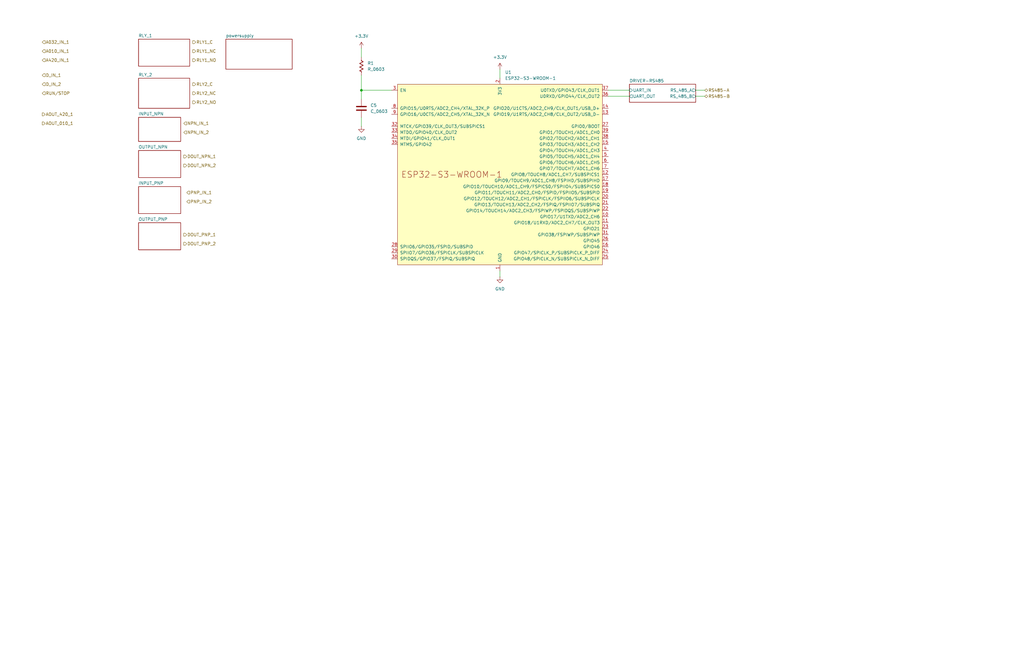
<source format=kicad_sch>
(kicad_sch (version 20250114) (generator "eeschema") (generator_version "9.0")
  (paper "USLedger")
  (title_block (title "NIVARA CONTROL") (date "2025-06-12") (rev "1") (company "ELECTIVA ITLA"))
  (lib_symbols
    (symbol "Espressif:ESP32-S3-WROOM-1" (pin_names (offset 1.016))
      (property "Reference" "U" (at -43.18 43.18 0))
      (property "Value" "ESP32-S3-WROOM-1" (at -43.18 40.64 0))
      (symbol "ESP32-S3-WROOM-1_0_0"
        (text "ESP32-S3-WROOM-1" (at -20.32 0 0) (effects (font (size 2.54 2.54))))
        (pin input line (at -45.72 35.56 0) (length 2.54) (name "EN") (number "3"))
        (pin bidirectional line (at -45.72 27.94 0) (length 2.54) (name "GPIO15/U0RTS/ADC2_CH4/XTAL_32K_P") (number "8"))
        (pin bidirectional line (at -45.72 25.4 0) (length 2.54) (name "GPIO16/U0CTS/ADC2_CH5/XTAL_32K_N") (number "9"))
        (pin bidirectional line (at -45.72 20.32 0) (length 2.54) (name "MTCK/GPIO39/CLK_OUT3/SUBSPICS1") (number "32"))
        (pin bidirectional line (at -45.72 17.78 0) (length 2.54) (name "MTDO/GPIO40/CLK_OUT2") (number "33"))
        (pin bidirectional line (at -45.72 15.24 0) (length 2.54) (name "MTDI/GPIO41/CLK_OUT1") (number "34"))
        (pin bidirectional line (at -45.72 12.7 0) (length 2.54) (name "MTMS/GPIO42") (number "35"))
        (pin bidirectional line (at -45.72 -30.48 0) (length 2.54) (name "SPIIO6/GPIO35/FSPID/SUBSPID") (number "28"))
        (pin bidirectional line (at -45.72 -33.02 0) (length 2.54) (name "SPIIO7/GPIO36/FSPICLK/SUBSPICLK") (number "29"))
        (pin bidirectional line (at -45.72 -35.56 0) (length 2.54) (name "SPIDQS/GPIO37/FSPIQ/SUBSPIQ") (number "30"))
        (pin power_in line (at 0 40.64 270) (length 2.54) (name "3V3") (number "2"))
        (pin power_in line (at 0 -40.64 90) (length 2.54) (name "GND") (number "1"))
        (pin passive line (at 0 -40.64 90) (length 2.54) (hide yes) (name "GND") (number "40"))
        (pin passive line (at 0 -40.64 90) (length 2.54) (hide yes) (name "GND") (number "41"))
        (pin bidirectional line (at 45.72 35.56 180) (length 2.54) (name "U0TXD/GPIO43/CLK_OUT1") (number "37"))
        (pin bidirectional line (at 45.72 33.02 180) (length 2.54) (name "U0RXD/GPIO44/CLK_OUT2") (number "36"))
        (pin bidirectional line (at 45.72 27.94 180) (length 2.54) (name "GPIO20/U1CTS/ADC2_CH9/CLK_OUT1/USB_D+") (number "14"))
        (pin bidirectional line (at 45.72 25.4 180) (length 2.54) (name "GPIO19/U1RTS/ADC2_CH8/CLK_OUT2/USB_D-") (number "13"))
        (pin bidirectional line (at 45.72 20.32 180) (length 2.54) (name "GPIO0/BOOT") (number "27"))
        (pin bidirectional line (at 45.72 17.78 180) (length 2.54) (name "GPIO1/TOUCH1/ADC1_CH0") (number "39"))
        (pin bidirectional line (at 45.72 15.24 180) (length 2.54) (name "GPIO2/TOUCH2/ADC1_CH1") (number "38"))
        (pin bidirectional line (at 45.72 12.7 180) (length 2.54) (name "GPIO3/TOUCH3/ADC1_CH2") (number "15"))
        (pin bidirectional line (at 45.72 10.16 180) (length 2.54) (name "GPIO4/TOUCH4/ADC1_CH3") (number "4"))
        (pin bidirectional line (at 45.72 7.62 180) (length 2.54) (name "GPIO5/TOUCH5/ADC1_CH4") (number "5"))
        (pin bidirectional line (at 45.72 5.08 180) (length 2.54) (name "GPIO6/TOUCH6/ADC1_CH5") (number "6"))
        (pin bidirectional line (at 45.72 2.54 180) (length 2.54) (name "GPIO7/TOUCH7/ADC1_CH6") (number "7"))
        (pin bidirectional line (at 45.72 0 180) (length 2.54) (name "GPIO8/TOUCH8/ADC1_CH7/SUBSPICS1") (number "12"))
        (pin bidirectional line (at 45.72 -2.54 180) (length 2.54) (name "GPIO9/TOUCH9/ADC1_CH8/FSPIHD/SUBSPIHD") (number "17"))
        (pin bidirectional line (at 45.72 -5.08 180) (length 2.54) (name "GPIO10/TOUCH10/ADC1_CH9/FSPICS0/FSPIIO4/SUBSPICS0") (number "18"))
        (pin bidirectional line (at 45.72 -7.62 180) (length 2.54) (name "GPIO11/TOUCH11/ADC2_CH0/FSPID/FSPIIO5/SUBSPID") (number "19"))
        (pin bidirectional line (at 45.72 -10.16 180) (length 2.54) (name "GPIO12/TOUCH12/ADC2_CH1/FSPICLK/FSPIIO6/SUBSPICLK") (number "20"))
        (pin bidirectional line (at 45.72 -12.7 180) (length 2.54) (name "GPIO13/TOUCH13/ADC2_CH2/FSPIQ/FSPIIO7/SUBSPIQ") (number "21"))
        (pin bidirectional line (at 45.72 -15.24 180) (length 2.54) (name "GPIO14/TOUCH14/ADC2_CH3/FSPIWP/FSPIDQS/SUBSPIWP") (number "22"))
        (pin bidirectional line (at 45.72 -17.78 180) (length 2.54) (name "GPIO17/U1TXD/ADC2_CH6") (number "10"))
        (pin bidirectional line (at 45.72 -20.32 180) (length 2.54) (name "GPIO18/U1RXD/ADC2_CH7/CLK_OUT3") (number "11"))
        (pin bidirectional line (at 45.72 -22.86 180) (length 2.54) (name "GPIO21") (number "23"))
        (pin bidirectional line (at 45.72 -25.4 180) (length 2.54) (name "GPIO38/FSPIWP/SUBSPIWP") (number "31"))
        (pin bidirectional line (at 45.72 -27.94 180) (length 2.54) (name "GPIO45") (number "26"))
        (pin bidirectional line (at 45.72 -30.48 180) (length 2.54) (name "GPIO46") (number "16"))
        (pin bidirectional line (at 45.72 -33.02 180) (length 2.54) (name "GPIO47/SPICLK_P/SUBSPICLK_P_DIFF") (number "24"))
        (pin bidirectional line (at 45.72 -35.56 180) (length 2.54) (name "GPIO48/SPICLK_N/SUBSPICLK_N_DIFF") (number "25"))
      )
      (symbol "ESP32-S3-WROOM-1_0_1"
        (rectangle (start -43.18 38.1) (end 43.18 -38.1) (fill (type background)))
      )
    )
    (symbol "PCM_4ms_Power-symbol:+3.3V" (power) (pin_names (offset 0))
      (property "Value" "+3.3V" (at 0 3.556 0))
      (symbol "+3.3V_0_1"
        (polyline (pts (xy -0.762 1.27) (xy 0 2.54)))
        (polyline (pts (xy 0 2.54) (xy 0.762 1.27)))
        (polyline (pts (xy 0 0) (xy 0 2.54)))
      )
      (symbol "+3.3V_1_1"
        (pin power_in line (at 0 0 90) (length 0) (hide yes) (name "+3V3") (number "1"))
      )
    )
    (symbol "PCM_Capacitor_AKL:C_0603" (pin_numbers (hide yes)) (pin_names (offset 0.254))
      (property "Reference" "C" (at 0.635 2.54 0))
      (property "Value" "C_0603" (at 0.635 -2.54 0))
      (symbol "C_0603_0_1"
        (polyline (pts (xy -2.032 0.762) (xy 2.032 0.762)) (stroke (width 0.508)))
        (polyline (pts (xy -2.032 -0.762) (xy 2.032 -0.762)) (stroke (width 0.508)))
      )
      (symbol "C_0603_0_2"
        (polyline (pts (xy -2.54 -2.54) (xy -0.381 -0.381)))
        (polyline (pts (xy -0.508 -0.508) (xy -1.651 0.635)) (stroke (width 0.508)))
        (polyline (pts (xy -0.508 -0.508) (xy 0.635 -1.651)) (stroke (width 0.508)))
        (polyline (pts (xy 0.381 0.381) (xy 2.54 2.54)))
        (polyline (pts (xy 0.508 0.508) (xy -0.635 1.651)) (stroke (width 0.508)))
        (polyline (pts (xy 0.508 0.508) (xy 1.651 -0.635)) (stroke (width 0.508)))
      )
      (symbol "C_0603_1_1"
        (pin passive line (at 0 3.81 270) (length 2.794) (name "~") (number "1"))
        (pin passive line (at 0 -3.81 90) (length 2.794) (name "~") (number "2"))
      )
      (symbol "C_0603_1_2"
        (pin passive line (at -2.54 -2.54 90) (length 0) (name "~") (number "2"))
        (pin passive line (at 2.54 2.54 270) (length 0) (name "~") (number "1"))
      )
    )
    (symbol "PCM_Resistor_US_AKL:R_0603" (pin_numbers (hide yes)) (pin_names (offset 0))
      (property "Reference" "R" (at 2.54 1.27 0))
      (property "Value" "R_0603" (at 2.54 -1.27 0))
      (symbol "R_0603_0_1"
        (polyline (pts (xy 0 2.286) (xy 0 2.54)) (stroke (width 0.254)))
        (polyline (pts (xy 0 2.286) (xy 0.762 1.905) (xy -0.762 1.143) (xy 0 0.762) (xy 0.762 0.381) (xy 0 0) (xy -0.762 -0.381) (xy 0 -0.762) (xy 0.762 -1.143) (xy 0 -1.524) (xy -0.762 -1.905) (xy 0 -2.286)) (stroke (width 0.254)))
        (polyline (pts (xy 0 -2.286) (xy 0 -2.54)) (stroke (width 0.254)))
      )
      (symbol "R_0603_0_2"
        (polyline (pts (xy -2.54 -2.54) (xy -1.778 -1.778)))
        (polyline (pts (xy -1.778 -1.778) (xy -1.524 -1.524)) (stroke (width 0.254)))
        (polyline (pts (xy -1.524 -1.524) (xy -1.778 -0.762) (xy -1.016 -1.016)) (stroke (width 0.254)))
        (polyline (pts (xy -0.508 -0.508) (xy -0.762 0.254) (xy 0 0)) (stroke (width 0.254)))
        (polyline (pts (xy -0.508 -0.508) (xy -0.254 -1.27) (xy -1.016 -1.016)) (stroke (width 0.254)))
        (polyline (pts (xy 0.508 0.508) (xy 0.254 1.27) (xy 1.016 1.016)) (stroke (width 0.254)))
        (polyline (pts (xy 0.508 0.508) (xy 0.762 -0.254) (xy 0 0)) (stroke (width 0.254)))
        (polyline (pts (xy 1.524 1.524) (xy 1.778 0.762) (xy 1.016 1.016)) (stroke (width 0.254)))
        (polyline (pts (xy 1.778 1.778) (xy 1.524 1.524)) (stroke (width 0.254)))
        (polyline (pts (xy 1.778 1.778) (xy 2.54 2.54)))
      )
      (symbol "R_0603_1_1"
        (pin passive line (at 0 3.81 270) (length 1.27) (name "~") (number "1"))
        (pin passive line (at 0 -3.81 90) (length 1.27) (name "~") (number "2"))
      )
      (symbol "R_0603_1_2"
        (pin passive line (at -2.54 -2.54 0) (length 0) (name "") (number "2"))
        (pin passive line (at 2.54 2.54 180) (length 0) (name "") (number "1"))
      )
    )
    (symbol "power:GND" (power) (pin_numbers (hide yes)) (pin_names (offset 0) (hide yes))
      (property "Value" "GND" (at 0 -3.81 0))
      (symbol "GND_0_1"
        (polyline (pts (xy 0 0) (xy 0 -1.27) (xy 1.27 -1.27) (xy 0 -2.54) (xy -1.27 -1.27) (xy 0 -1.27)))
      )
      (symbol "GND_1_1"
        (pin power_in line (at 0 0 270) (length 0) (name "~") (number "1"))
      )
    )
  )
  (junction (at 152.4 38.1))
  (wire (pts (xy 152.4 20.32) (xy 152.4 24.13)))
  (wire (pts (xy 256.54 38.1) (xy 265.43 38.1)))
  (wire (pts (xy 152.4 31.75) (xy 152.4 38.1)))
  (wire (pts (xy 152.4 38.1) (xy 152.4 41.91)))
  (wire (pts (xy 152.4 38.1) (xy 165.1 38.1)))
  (wire (pts (xy 152.4 49.53) (xy 152.4 53.34)))
  (wire (pts (xy 293.37 40.64) (xy 297.18 40.64)))
  (wire (pts (xy 210.82 29.21) (xy 210.82 33.02)))
  (wire (pts (xy 293.37 38.1) (xy 297.18 38.1)))
  (wire (pts (xy 210.82 114.3) (xy 210.82 116.84)))
  (wire (pts (xy 256.54 40.64) (xy 265.43 40.64)))
  (hierarchical_label "RLY1_C" (shape output) (at 81.28 17.78 0))
  (hierarchical_label "RLY2_NO" (shape output) (at 81.28 43.18 0))
  (hierarchical_label "D_IN_1" (shape input) (at 17.78 31.75 0))
  (hierarchical_label "DOUT_NPN_2" (shape output) (at 77.47 69.85 0))
  (hierarchical_label "A420_IN_1" (shape input) (at 17.78 25.4 0))
  (hierarchical_label "AOUT_420_1" (shape output) (at 17.78 48.26 0))
  (hierarchical_label "DOUT_PNP_1" (shape output) (at 77.47 99.06 0))
  (hierarchical_label "RS485-B" (shape bidirectional) (at 297.18 40.64 0))
  (hierarchical_label "RLY1_NO" (shape output) (at 81.28 25.4 0))
  (hierarchical_label "A032_IN_1" (shape input) (at 17.78 17.78 0))
  (hierarchical_label "RLY2_C" (shape output) (at 81.28 35.56 0))
  (hierarchical_label "AOUT_010_1" (shape output) (at 17.78 52.07 0))
  (hierarchical_label "DOUT_PNP_2" (shape output) (at 77.47 102.87 0))
  (hierarchical_label "RUN{slash}STOP" (shape input) (at 17.78 39.37 0))
  (hierarchical_label "RS485-A" (shape bidirectional) (at 297.18 38.1 0))
  (hierarchical_label "PNP_IN_2" (shape input) (at 78.74 85.09 0))
  (hierarchical_label "RLY2_NC" (shape output) (at 81.28 39.37 0))
  (hierarchical_label "RLY1_NC" (shape output) (at 81.28 21.59 0))
  (hierarchical_label "D_IN_2" (shape input) (at 17.78 35.56 0))
  (hierarchical_label "NPN_IN_2" (shape input) (at 77.47 55.88 0))
  (hierarchical_label "DOUT_NPN_1" (shape output) (at 77.47 66.04 0))
  (hierarchical_label "NPN_IN_1" (shape input) (at 77.47 52.07 0))
  (hierarchical_label "PNP_IN_1" (shape input) (at 78.74 81.28 0))
  (hierarchical_label "A010_IN_1" (shape input) (at 17.78 21.59 0))
  (symbol (lib_id "PCM_4ms_Power-symbol:+3.3V") (at 210.82 29.21 0) (unit 1)
    (property "Reference" "#PWR013" (effects (hide yes)))
    (property "Value" "+3.3V" (at 210.82 24.13 0))
  )
  (symbol (lib_id "power:GND") (at 152.4 53.34 0) (unit 1)
    (property "Reference" "#PWR012" (effects (hide yes)))
    (property "Value" "GND" (at 152.4 58.42 0))
    (property "Description" "Power symbol creates a global label with name \"GND\" , ground" (effects (hide yes)))
  )
  (symbol (lib_id "power:GND") (at 210.82 116.84 0) (unit 1)
    (property "Reference" "#PWR014" (effects (hide yes)))
    (property "Value" "GND" (at 210.82 121.92 0))
    (property "Description" "Power symbol creates a global label with name \"GND\" , ground" (effects (hide yes)))
  )
  (symbol (lib_id "PCM_Capacitor_AKL:C_0603") (at 152.4 45.72 0) (unit 1)
    (property "Reference" "C5" (at 156.21 44.4499 0) (effects (justify left)))
    (property "Value" "C_0603" (at 156.21 46.9899 0) (effects (justify left)))
    (property "Footprint" "PCM_Capacitor_SMD_AKL:C_0603_1608Metric" (effects (hide yes)))
    (property "Description" "SMD 0603 MLCC capacitor, Alternate KiCad Library" (effects (hide yes)))
  )
  (symbol (lib_id "PCM_4ms_Power-symbol:+3.3V") (at 152.4 20.32 0) (unit 1)
    (property "Reference" "#PWR011" (effects (hide yes)))
    (property "Value" "+3.3V" (at 152.4 15.24 0))
  )
  (symbol (lib_id "Espressif:ESP32-S3-WROOM-1") (at 210.82 73.66 0) (unit 1)
    (property "Reference" "U1" (at 212.9633 30.48 0) (effects (justify left)))
    (property "Value" "ESP32-S3-WROOM-1" (at 212.9633 33.02 0) (effects (justify left)))
    (property "Footprint" "ESP32-S3-WROM-1:ESP32-S3-WROOM-1" (effects (hide yes)))
    (property "Datasheet" "https://www.espressif.com/sites/default/files/documentation/esp32-s3-wroom-1_wroom-1u_datasheet_en.pdf" (effects (hide yes)))
    (property "Description" "2.4 GHz WiFi (802.11 b/g/n) and Bluetooth ® 5 (LE) module Built around ESP32S3 series of SoCs, Xtensa ® dualcore 32bit LX7 microprocessor Flash up to 16 MB, PSRAM up to 8 MB 36 GPIOs, rich set of peripherals Onboard PCB antenna" (effects (hide yes)))
  )
  (symbol (lib_id "PCM_Resistor_US_AKL:R_0603") (at 152.4 27.94 0) (unit 1)
    (property "Reference" "R1" (at 154.94 26.6699 0) (effects (justify left)))
    (property "Value" "R_0603" (at 154.94 29.2099 0) (effects (justify left)))
    (property "Footprint" "PCM_Resistor_SMD_AKL:R_0603_1608Metric" (effects (hide yes)))
    (property "Description" "SMD 0603 Chip Resistor, US Symbol, Alternate KiCad Library" (effects (hide yes)))
  )
  (sheet (at 58.42 49.53) (size 17.78 10.16) (stroke (width 0.1524))
    (property "Sheetname" "INPUT_NPN" (at 58.42 48.8184 0) (effects (justify left bottom)))
    (property "Sheetfile" "INPUT_NPN.kicad_sch" (effects (hide yes)))
  )
  (sheet (at 58.42 93.98) (size 17.78 11.43) (stroke (width 0.1524))
    (property "Sheetname" "OUTPUT_PNP" (at 58.42 93.2684 0) (effects (justify left bottom)))
    (property "Sheetfile" "OUTPUT_PNP.kicad_sch" (effects (hide yes)))
  )
  (sheet (at 58.42 78.74) (size 17.78 11.43) (stroke (width 0.1524))
    (property "Sheetname" "INPUT_PNP" (at 58.42 78.0284 0) (effects (justify left bottom)))
    (property "Sheetfile" "INPUT_PNP.kicad_sch" (effects (hide yes)))
  )
  (sheet (at 265.43 35.56) (size 27.94 7.62) (stroke (width 0.1524))
    (property "Sheetname" "DRIVER-RS485" (at 265.43 34.8484 0) (effects (justify left bottom)))
    (property "Sheetfile" "DRIVER-RS485.kicad_sch" (effects (hide yes)))
    (pin "RS_485_A" output (at 293.37 38.1 0))
    (pin "RS_485_B" output (at 293.37 40.64 0))
    (pin "UART_IN" input (at 265.43 38.1 180))
    (pin "UART_OUT" output (at 265.43 40.64 180))
  )
  (sheet (at 58.42 16.51) (size 21.59 11.43) (stroke (width 0.1524))
    (property "Sheetname" "RLY_1" (at 58.42 15.7984 0) (effects (justify left bottom)))
    (property "Sheetfile" "RLY_1.kicad_sch" (effects (hide yes)))
  )
  (sheet (at 95.25 16.51) (size 27.94 12.7) (stroke (width 0.1524))
    (property "Sheetname" "powersupply" (at 95.25 15.7984 0) (effects (justify left bottom)))
    (property "Sheetfile" "powersupply.kicad_sch" (effects (hide yes)))
  )
  (sheet (at 58.42 33.02) (size 21.59 12.7) (stroke (width 0.1524))
    (property "Sheetname" "RLY_2" (at 58.42 32.3084 0) (effects (justify left bottom)))
    (property "Sheetfile" "RLY_2.kicad_sch" (effects (hide yes)))
  )
  (sheet (at 58.42 63.5) (size 17.78 11.43) (stroke (width 0.1524))
    (property "Sheetname" "OUTPUT_NPN" (at 58.42 62.7884 0) (effects (justify left bottom)))
    (property "Sheetfile" "OUTPUT_NPN.kicad_sch" (effects (hide yes)))
  )
)
</source>
